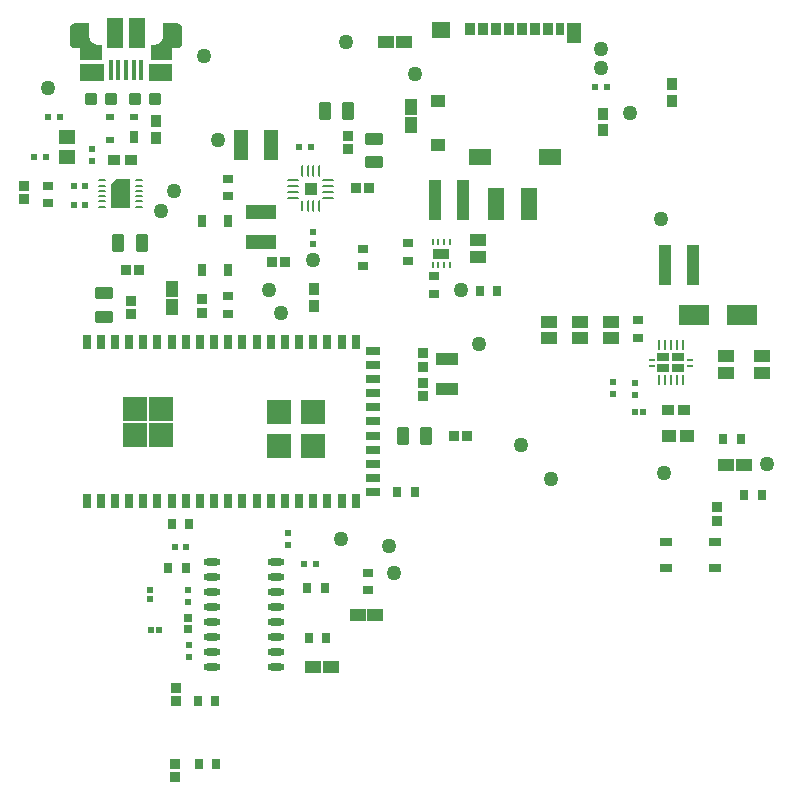
<source format=gtp>
G04*
G04 #@! TF.GenerationSoftware,Altium Limited,Altium Designer,23.2.1 (34)*
G04*
G04 Layer_Color=8421504*
%FSLAX44Y44*%
%MOMM*%
G71*
G04*
G04 #@! TF.SameCoordinates,6C2AB55D-B72B-4B93-AE35-0C838568E6CE*
G04*
G04*
G04 #@! TF.FilePolarity,Positive*
G04*
G01*
G75*
%ADD19R,1.0500X0.6800*%
%ADD20R,0.5000X0.2600*%
%ADD21R,1.0625X1.0625*%
%ADD22R,1.4660X0.8540*%
G04:AMPARAMS|DCode=23|XSize=0.6mm|YSize=0.2mm|CornerRadius=0.0375mm|HoleSize=0mm|Usage=FLASHONLY|Rotation=0.000|XOffset=0mm|YOffset=0mm|HoleType=Round|Shape=RoundedRectangle|*
%AMROUNDEDRECTD23*
21,1,0.6000,0.1250,0,0,0.0*
21,1,0.5250,0.2000,0,0,0.0*
1,1,0.0750,0.2625,-0.0625*
1,1,0.0750,-0.2625,-0.0625*
1,1,0.0750,-0.2625,0.0625*
1,1,0.0750,0.2625,0.0625*
%
%ADD23ROUNDEDRECTD23*%
G04:AMPARAMS|DCode=24|XSize=1.01mm|YSize=1.47mm|CornerRadius=0.1263mm|HoleSize=0mm|Usage=FLASHONLY|Rotation=180.000|XOffset=0mm|YOffset=0mm|HoleType=Round|Shape=RoundedRectangle|*
%AMROUNDEDRECTD24*
21,1,1.0100,1.2175,0,0,180.0*
21,1,0.7575,1.4700,0,0,180.0*
1,1,0.2525,-0.3787,0.6088*
1,1,0.2525,0.3787,0.6088*
1,1,0.2525,0.3787,-0.6088*
1,1,0.2525,-0.3787,-0.6088*
%
%ADD24ROUNDEDRECTD24*%
%ADD25R,0.5000X0.5000*%
%ADD26R,1.3562X1.1046*%
%ADD27R,2.6550X1.2037*%
%ADD28R,1.2037X2.6550*%
%ADD29C,1.2700*%
%ADD30R,0.5000X0.5000*%
%ADD31R,0.8121X0.9531*%
%ADD32R,0.9000X0.6500*%
%ADD33R,0.7000X0.6000*%
%ADD34R,0.7000X1.0000*%
%ADD35R,0.4000X1.7500*%
%ADD36R,1.3750X2.5000*%
%ADD37R,1.4562X1.2549*%
%ADD38R,2.5000X1.7000*%
%ADD39R,0.9582X1.0061*%
%ADD40R,0.9000X0.8000*%
%ADD41R,0.8582X0.8061*%
%ADD42R,0.6500X1.0500*%
%ADD43R,1.0121X1.3531*%
%ADD44R,1.0500X0.6500*%
%ADD45R,0.8000X0.9000*%
%ADD46R,1.3531X1.0121*%
%ADD47R,0.6500X0.9000*%
G04:AMPARAMS|DCode=48|XSize=0.23mm|YSize=0.8mm|CornerRadius=0.0254mm|HoleSize=0mm|Usage=FLASHONLY|Rotation=180.000|XOffset=0mm|YOffset=0mm|HoleType=Round|Shape=RoundedRectangle|*
%AMROUNDEDRECTD48*
21,1,0.2300,0.7492,0,0,180.0*
21,1,0.1792,0.8000,0,0,180.0*
1,1,0.0508,-0.0896,0.3746*
1,1,0.0508,0.0896,0.3746*
1,1,0.0508,0.0896,-0.3746*
1,1,0.0508,-0.0896,-0.3746*
%
%ADD48ROUNDEDRECTD48*%
%ADD49R,1.0061X0.9582*%
%ADD50R,1.2061X1.0582*%
%ADD51R,0.5811X0.4725*%
%ADD52R,0.9800X3.4000*%
%ADD53O,1.4500X0.6000*%
%ADD54R,0.7121X0.7811*%
G04:AMPARAMS|DCode=55|XSize=1.01mm|YSize=1.47mm|CornerRadius=0.1263mm|HoleSize=0mm|Usage=FLASHONLY|Rotation=90.000|XOffset=0mm|YOffset=0mm|HoleType=Round|Shape=RoundedRectangle|*
%AMROUNDEDRECTD55*
21,1,1.0100,1.2175,0,0,90.0*
21,1,0.7575,1.4700,0,0,90.0*
1,1,0.2525,0.6088,0.3787*
1,1,0.2525,0.6088,-0.3787*
1,1,0.2525,-0.6088,-0.3787*
1,1,0.2525,-0.6088,0.3787*
%
%ADD55ROUNDEDRECTD55*%
%ADD56R,0.9531X0.8121*%
G04:AMPARAMS|DCode=57|XSize=0.2393mm|YSize=0.966mm|CornerRadius=0.1196mm|HoleSize=0mm|Usage=FLASHONLY|Rotation=90.000|XOffset=0mm|YOffset=0mm|HoleType=Round|Shape=RoundedRectangle|*
%AMROUNDEDRECTD57*
21,1,0.2393,0.7267,0,0,90.0*
21,1,0.0000,0.9660,0,0,90.0*
1,1,0.2393,0.3634,0.0000*
1,1,0.2393,0.3634,0.0000*
1,1,0.2393,-0.3634,0.0000*
1,1,0.2393,-0.3634,0.0000*
%
%ADD57ROUNDEDRECTD57*%
G04:AMPARAMS|DCode=58|XSize=0.966mm|YSize=0.2393mm|CornerRadius=0.1196mm|HoleSize=0mm|Usage=FLASHONLY|Rotation=90.000|XOffset=0mm|YOffset=0mm|HoleType=Round|Shape=RoundedRectangle|*
%AMROUNDEDRECTD58*
21,1,0.9660,0.0000,0,0,90.0*
21,1,0.7267,0.2393,0,0,90.0*
1,1,0.2393,0.0000,0.3634*
1,1,0.2393,0.0000,-0.3634*
1,1,0.2393,0.0000,-0.3634*
1,1,0.2393,0.0000,0.3634*
%
%ADD58ROUNDEDRECTD58*%
%ADD59R,0.2393X0.9660*%
G04:AMPARAMS|DCode=60|XSize=0.25mm|YSize=0.5mm|CornerRadius=0.05mm|HoleSize=0mm|Usage=FLASHONLY|Rotation=180.000|XOffset=0mm|YOffset=0mm|HoleType=Round|Shape=RoundedRectangle|*
%AMROUNDEDRECTD60*
21,1,0.2500,0.4000,0,0,180.0*
21,1,0.1500,0.5000,0,0,180.0*
1,1,0.1000,-0.0750,0.2000*
1,1,0.1000,0.0750,0.2000*
1,1,0.1000,0.0750,-0.2000*
1,1,0.1000,-0.0750,-0.2000*
%
%ADD60ROUNDEDRECTD60*%
G04:AMPARAMS|DCode=61|XSize=1mm|YSize=1.1mm|CornerRadius=0.125mm|HoleSize=0mm|Usage=FLASHONLY|Rotation=90.000|XOffset=0mm|YOffset=0mm|HoleType=Round|Shape=RoundedRectangle|*
%AMROUNDEDRECTD61*
21,1,1.0000,0.8500,0,0,90.0*
21,1,0.7500,1.1000,0,0,90.0*
1,1,0.2500,0.4250,0.3750*
1,1,0.2500,0.4250,-0.3750*
1,1,0.2500,-0.4250,-0.3750*
1,1,0.2500,-0.4250,0.3750*
%
%ADD61ROUNDEDRECTD61*%
%ADD62R,1.9000X1.3500*%
%ADD63R,0.8500X1.1000*%
%ADD64R,0.7500X1.1000*%
%ADD65R,1.1700X1.8000*%
%ADD66R,1.5500X1.3500*%
%ADD67R,1.2000X1.0000*%
%ADD68R,1.4038X2.7550*%
%ADD69R,1.9000X1.1000*%
%ADD70R,0.8500X0.8500*%
%ADD71R,0.4725X0.5811*%
%ADD72R,0.7000X1.2000*%
%ADD73R,1.2000X0.7000*%
%ADD74R,2.0000X2.0000*%
G36*
X158692Y686990D02*
X158902Y686980D01*
X159112Y686950D01*
X159312Y686910D01*
X159522Y686860D01*
X159722Y686800D01*
X159912Y686730D01*
X160112Y686650D01*
X160302Y686560D01*
X160482Y686460D01*
X160662Y686350D01*
X160832Y686240D01*
X161002Y686110D01*
X161162Y685970D01*
X161312Y685830D01*
X161452Y685680D01*
X161592Y685520D01*
X161722Y685350D01*
X161832Y685180D01*
X161942Y685000D01*
X162042Y684820D01*
X162132Y684630D01*
X162212Y684430D01*
X162282Y684240D01*
X162342Y684040D01*
X162392Y683830D01*
X162432Y683630D01*
X162462Y683420D01*
X162472Y683210D01*
X162482Y683000D01*
Y670000D01*
X162472Y669790D01*
X162462Y669580D01*
X162432Y669370D01*
X162392Y669170D01*
X162342Y668960D01*
X162282Y668760D01*
X162212Y668570D01*
X162132Y668370D01*
X162042Y668180D01*
X161942Y668000D01*
X161832Y667820D01*
X161722Y667650D01*
X161592Y667480D01*
X161452Y667320D01*
X161312Y667170D01*
X161162Y667030D01*
X161002Y666890D01*
X160832Y666760D01*
X160662Y666650D01*
X160482Y666540D01*
X160302Y666440D01*
X160112Y666350D01*
X159912Y666270D01*
X159722Y666200D01*
X159522Y666140D01*
X159312Y666090D01*
X159112Y666050D01*
X158902Y666020D01*
X158692Y666010D01*
X158482Y666000D01*
X153982D01*
Y656180D01*
X135732D01*
Y669000D01*
X138732D01*
X139122Y669010D01*
X139512Y669040D01*
X139902Y669090D01*
X140292Y669160D01*
X140672Y669260D01*
X141052Y669370D01*
X141422Y669500D01*
X141782Y669650D01*
X142132Y669820D01*
X142482Y670000D01*
X142812Y670210D01*
X143142Y670430D01*
X143452Y670670D01*
X143752Y670930D01*
X144032Y671200D01*
X144302Y671480D01*
X144562Y671780D01*
X144802Y672090D01*
X145022Y672420D01*
X145232Y672750D01*
X145412Y673100D01*
X145582Y673450D01*
X145732Y673810D01*
X145862Y674180D01*
X145972Y674560D01*
X146072Y674940D01*
X146142Y675330D01*
X146192Y675720D01*
X146222Y676110D01*
X146232Y676500D01*
Y687000D01*
X158482D01*
X158692Y686990D01*
D02*
G37*
G36*
X83732Y676500D02*
X83742Y676110D01*
X83772Y675720D01*
X83822Y675330D01*
X83892Y674940D01*
X83992Y674560D01*
X84102Y674180D01*
X84232Y673810D01*
X84382Y673450D01*
X84552Y673100D01*
X84732Y672750D01*
X84942Y672420D01*
X85162Y672090D01*
X85402Y671780D01*
X85662Y671480D01*
X85932Y671200D01*
X86212Y670930D01*
X86512Y670670D01*
X86822Y670430D01*
X87152Y670210D01*
X87482Y670000D01*
X87832Y669820D01*
X88182Y669650D01*
X88542Y669500D01*
X88912Y669370D01*
X89292Y669260D01*
X89672Y669160D01*
X90062Y669090D01*
X90452Y669040D01*
X90842Y669010D01*
X91232Y669000D01*
X94232D01*
Y656180D01*
X75982D01*
Y666000D01*
X71482D01*
X71272Y666010D01*
X71062Y666020D01*
X70852Y666050D01*
X70652Y666090D01*
X70442Y666140D01*
X70242Y666200D01*
X70052Y666270D01*
X69852Y666350D01*
X69662Y666440D01*
X69482Y666540D01*
X69302Y666650D01*
X69132Y666760D01*
X68962Y666890D01*
X68802Y667030D01*
X68652Y667170D01*
X68512Y667320D01*
X68372Y667480D01*
X68242Y667650D01*
X68132Y667820D01*
X68022Y668000D01*
X67922Y668180D01*
X67832Y668370D01*
X67752Y668570D01*
X67682Y668760D01*
X67622Y668960D01*
X67572Y669170D01*
X67532Y669370D01*
X67502Y669580D01*
X67492Y669790D01*
X67482Y670000D01*
Y683000D01*
X67492Y683210D01*
X67502Y683420D01*
X67532Y683630D01*
X67572Y683830D01*
X67622Y684040D01*
X67682Y684240D01*
X67752Y684430D01*
X67832Y684630D01*
X67922Y684820D01*
X68022Y685000D01*
X68132Y685180D01*
X68242Y685350D01*
X68372Y685520D01*
X68512Y685680D01*
X68652Y685830D01*
X68802Y685970D01*
X68962Y686110D01*
X69132Y686240D01*
X69302Y686350D01*
X69482Y686460D01*
X69662Y686560D01*
X69852Y686650D01*
X70052Y686730D01*
X70242Y686800D01*
X70442Y686860D01*
X70652Y686910D01*
X70852Y686950D01*
X71062Y686980D01*
X71272Y686990D01*
X71482Y687000D01*
X83732D01*
Y676500D01*
D02*
G37*
G36*
X153982Y638400D02*
X133982D01*
Y653000D01*
X153982D01*
Y638400D01*
D02*
G37*
G36*
X95982D02*
X75982D01*
Y653000D01*
X95982D01*
Y638400D01*
D02*
G37*
G36*
X117980Y530978D02*
X101984D01*
Y550168D01*
X106790Y554973D01*
X117980D01*
Y530978D01*
D02*
G37*
D19*
X569912Y395276D02*
D03*
Y404276D02*
D03*
X582612D02*
D03*
Y395276D02*
D03*
D20*
X559962Y397276D02*
D03*
Y402276D02*
D03*
X592562D02*
D03*
Y397276D02*
D03*
D21*
X271116Y546978D02*
D03*
D22*
X381905Y491997D02*
D03*
D23*
X94482Y554226D02*
D03*
Y549726D02*
D03*
Y545226D02*
D03*
Y540726D02*
D03*
Y536226D02*
D03*
Y531726D02*
D03*
X125482D02*
D03*
Y536226D02*
D03*
Y540726D02*
D03*
Y545226D02*
D03*
Y549726D02*
D03*
Y554226D02*
D03*
D24*
X302652Y612669D02*
D03*
X283052D02*
D03*
X128028Y501320D02*
D03*
X108428D02*
D03*
X349361Y337960D02*
D03*
X368961D02*
D03*
D25*
X272839Y510579D02*
D03*
Y500579D02*
D03*
X545746Y372567D02*
D03*
Y382567D02*
D03*
X526886Y373195D02*
D03*
Y383195D02*
D03*
X252135Y245737D02*
D03*
Y255737D02*
D03*
X86072Y580690D02*
D03*
Y570690D02*
D03*
X167000Y197300D02*
D03*
Y207300D02*
D03*
X168500Y150920D02*
D03*
Y160920D02*
D03*
D26*
X622965Y391187D02*
D03*
Y405202D02*
D03*
X525616Y434508D02*
D03*
Y420492D02*
D03*
X653632Y405202D02*
D03*
Y391187D02*
D03*
X412755Y489529D02*
D03*
Y503545D02*
D03*
X499584Y420492D02*
D03*
Y434508D02*
D03*
X473066Y420492D02*
D03*
Y434508D02*
D03*
D27*
X229540Y501573D02*
D03*
Y527085D02*
D03*
D28*
X237701Y583924D02*
D03*
X212188D02*
D03*
D29*
X48719Y632533D02*
D03*
X567724Y521461D02*
D03*
X474336Y301122D02*
D03*
X570291Y306263D02*
D03*
X657411Y313701D02*
D03*
X297113Y250479D02*
D03*
X300740Y671167D02*
D03*
X246107Y442068D02*
D03*
X235927Y460885D02*
D03*
X180588Y659131D02*
D03*
X193092Y588505D02*
D03*
X155265Y545226D02*
D03*
X144765Y528314D02*
D03*
X273305Y486453D02*
D03*
X398444Y461500D02*
D03*
X517250Y665150D02*
D03*
X541916Y611017D02*
D03*
X359512Y643849D02*
D03*
X517250Y649517D02*
D03*
X342012Y221952D02*
D03*
X413383Y415792D02*
D03*
X337487Y244467D02*
D03*
X448936Y330113D02*
D03*
D30*
X80424Y533520D02*
D03*
X70424D02*
D03*
X522250Y633320D02*
D03*
X512250D02*
D03*
X166000Y244000D02*
D03*
X156000D02*
D03*
X271395Y582225D02*
D03*
X261395D02*
D03*
X265442Y229666D02*
D03*
X275442D02*
D03*
X48719Y608166D02*
D03*
X58719D02*
D03*
X37226Y574244D02*
D03*
X47226D02*
D03*
X70424Y549726D02*
D03*
X80424D02*
D03*
D31*
X28250Y538485D02*
D03*
Y549515D02*
D03*
X119284Y440962D02*
D03*
Y451993D02*
D03*
X302652Y580709D02*
D03*
Y591740D02*
D03*
X156776Y48735D02*
D03*
Y59765D02*
D03*
X157207Y124615D02*
D03*
Y113584D02*
D03*
D32*
X48719Y535035D02*
D03*
Y549535D02*
D03*
X375411Y458273D02*
D03*
Y472773D02*
D03*
X319682Y207452D02*
D03*
Y221952D02*
D03*
X315138Y481500D02*
D03*
Y496000D02*
D03*
D33*
X101252Y588505D02*
D03*
X121252Y607506D02*
D03*
X101252D02*
D03*
D34*
X121252Y590505D02*
D03*
D35*
X101982Y647750D02*
D03*
X114982D02*
D03*
X108482D02*
D03*
X127982D02*
D03*
X121482D02*
D03*
D36*
X105607Y678500D02*
D03*
X124357D02*
D03*
D37*
X65000Y574244D02*
D03*
Y590756D02*
D03*
D38*
X596085Y440521D02*
D03*
X636085D02*
D03*
D39*
X274250Y448057D02*
D03*
Y462079D02*
D03*
X577223Y621559D02*
D03*
Y635581D02*
D03*
X140247Y604042D02*
D03*
Y590020D02*
D03*
X519102Y610661D02*
D03*
Y596639D02*
D03*
D40*
X201592Y441031D02*
D03*
Y456031D02*
D03*
X548411Y420771D02*
D03*
Y435771D02*
D03*
X201043Y555677D02*
D03*
Y540677D02*
D03*
X354000Y486080D02*
D03*
Y501080D02*
D03*
D41*
X179318Y453758D02*
D03*
Y441737D02*
D03*
X615602Y265312D02*
D03*
Y277334D02*
D03*
D42*
X200886Y478226D02*
D03*
Y519726D02*
D03*
X179386D02*
D03*
Y478226D02*
D03*
D43*
X153515Y462079D02*
D03*
Y447048D02*
D03*
X356245Y601135D02*
D03*
Y616166D02*
D03*
D44*
X613488Y226194D02*
D03*
X571988D02*
D03*
Y247694D02*
D03*
X613488D02*
D03*
D45*
X638048Y287474D02*
D03*
X653048D02*
D03*
X282970Y208655D02*
D03*
X267970D02*
D03*
X165730Y225959D02*
D03*
X150730D02*
D03*
X344237Y289960D02*
D03*
X359238D02*
D03*
X153500Y262858D02*
D03*
X168500D02*
D03*
D46*
X638048Y313356D02*
D03*
X623017D02*
D03*
X335410Y671487D02*
D03*
X350440D02*
D03*
X288476Y142450D02*
D03*
X273445D02*
D03*
X325927Y185717D02*
D03*
X310897D02*
D03*
D47*
X269490Y166952D02*
D03*
X283990D02*
D03*
X635215Y335302D02*
D03*
X620715D02*
D03*
X414633Y460068D02*
D03*
X429133D02*
D03*
X175824Y113584D02*
D03*
X190324D02*
D03*
X176639Y60000D02*
D03*
X191140D02*
D03*
D48*
X571262Y414521D02*
D03*
X576262D02*
D03*
Y385022D02*
D03*
X566262D02*
D03*
X571262D02*
D03*
X581262Y414521D02*
D03*
X586262D02*
D03*
X566262D02*
D03*
X581262Y385022D02*
D03*
X586262D02*
D03*
D49*
X573442Y359921D02*
D03*
X587464D02*
D03*
X104827Y571428D02*
D03*
X118849D02*
D03*
D50*
X590227Y337862D02*
D03*
X574206D02*
D03*
D51*
X552982Y358073D02*
D03*
X545671D02*
D03*
X135720Y173739D02*
D03*
X143031D02*
D03*
D52*
X571392Y482402D02*
D03*
X595092D02*
D03*
X376555Y537491D02*
D03*
X400255D02*
D03*
D53*
X242140Y193250D02*
D03*
Y205950D02*
D03*
X187640Y167850D02*
D03*
Y218650D02*
D03*
Y205950D02*
D03*
Y180550D02*
D03*
Y193250D02*
D03*
X242140Y180550D02*
D03*
Y231350D02*
D03*
X187640D02*
D03*
Y142450D02*
D03*
Y155150D02*
D03*
X242140Y142450D02*
D03*
Y218650D02*
D03*
Y167850D02*
D03*
Y155150D02*
D03*
D54*
X167250Y174501D02*
D03*
Y183811D02*
D03*
D55*
X325029Y569679D02*
D03*
Y589279D02*
D03*
X96470Y438730D02*
D03*
Y458330D02*
D03*
D56*
X309985Y547735D02*
D03*
X321015D02*
D03*
X249382Y484657D02*
D03*
X238351D02*
D03*
X403768Y337961D02*
D03*
X392737D02*
D03*
X125794Y478621D02*
D03*
X114763D02*
D03*
D57*
X256386Y554480D02*
D03*
X285847Y544480D02*
D03*
Y549481D02*
D03*
Y554480D02*
D03*
Y539481D02*
D03*
X256386Y549481D02*
D03*
Y544480D02*
D03*
Y539481D02*
D03*
D58*
X273617Y561711D02*
D03*
X268617D02*
D03*
X273617Y532250D02*
D03*
X268617D02*
D03*
X278617Y561711D02*
D03*
Y532250D02*
D03*
X263617Y561711D02*
D03*
D59*
Y532250D02*
D03*
D60*
X379405Y482500D02*
D03*
Y501500D02*
D03*
X384405D02*
D03*
X389405D02*
D03*
X374405D02*
D03*
Y482500D02*
D03*
X384405D02*
D03*
X389405D02*
D03*
D61*
X84922Y623281D02*
D03*
X101922D02*
D03*
X139335Y623219D02*
D03*
X122336D02*
D03*
D62*
X474105Y574195D02*
D03*
X414405D02*
D03*
D63*
X405755Y682445D02*
D03*
X438755D02*
D03*
X416755D02*
D03*
X460755D02*
D03*
X449755D02*
D03*
X471755D02*
D03*
X427755D02*
D03*
D64*
X482255D02*
D03*
D65*
X494355Y678945D02*
D03*
D66*
X381155Y681195D02*
D03*
D67*
X379405Y583945D02*
D03*
Y620945D02*
D03*
D68*
X456006Y533960D02*
D03*
X428494D02*
D03*
D69*
X386940Y377883D02*
D03*
Y402882D02*
D03*
D70*
X366440Y371300D02*
D03*
Y382800D02*
D03*
Y407750D02*
D03*
Y396250D02*
D03*
D71*
X135000Y200000D02*
D03*
Y207311D02*
D03*
D72*
X93445Y283000D02*
D03*
X105445D02*
D03*
X117445D02*
D03*
X129445D02*
D03*
X141445D02*
D03*
X285445D02*
D03*
X297445D02*
D03*
X285445Y417000D02*
D03*
X153445D02*
D03*
X141445D02*
D03*
X129445D02*
D03*
X117445D02*
D03*
X105445D02*
D03*
X93445D02*
D03*
X153445Y283000D02*
D03*
X249445Y417000D02*
D03*
X309445D02*
D03*
X273445Y283000D02*
D03*
X309445D02*
D03*
X189445D02*
D03*
Y417000D02*
D03*
X81445D02*
D03*
Y283000D02*
D03*
X261445D02*
D03*
X165445Y417000D02*
D03*
X201445D02*
D03*
X177445D02*
D03*
Y283000D02*
D03*
X249445D02*
D03*
X225445Y417000D02*
D03*
X237445D02*
D03*
X297445D02*
D03*
X273445D02*
D03*
X261445D02*
D03*
X225445Y283000D02*
D03*
X237445D02*
D03*
X213445Y417000D02*
D03*
X165445Y283000D02*
D03*
X201445D02*
D03*
X213445D02*
D03*
D73*
X323855Y313960D02*
D03*
Y409960D02*
D03*
Y301960D02*
D03*
Y289960D02*
D03*
Y325960D02*
D03*
Y361960D02*
D03*
Y373960D02*
D03*
Y337960D02*
D03*
Y349960D02*
D03*
Y385960D02*
D03*
Y397960D02*
D03*
D74*
X273305Y358386D02*
D03*
Y329146D02*
D03*
X244755Y358386D02*
D03*
Y329146D02*
D03*
X144375Y360446D02*
D03*
Y338626D02*
D03*
X122195Y360446D02*
D03*
Y338626D02*
D03*
M02*

</source>
